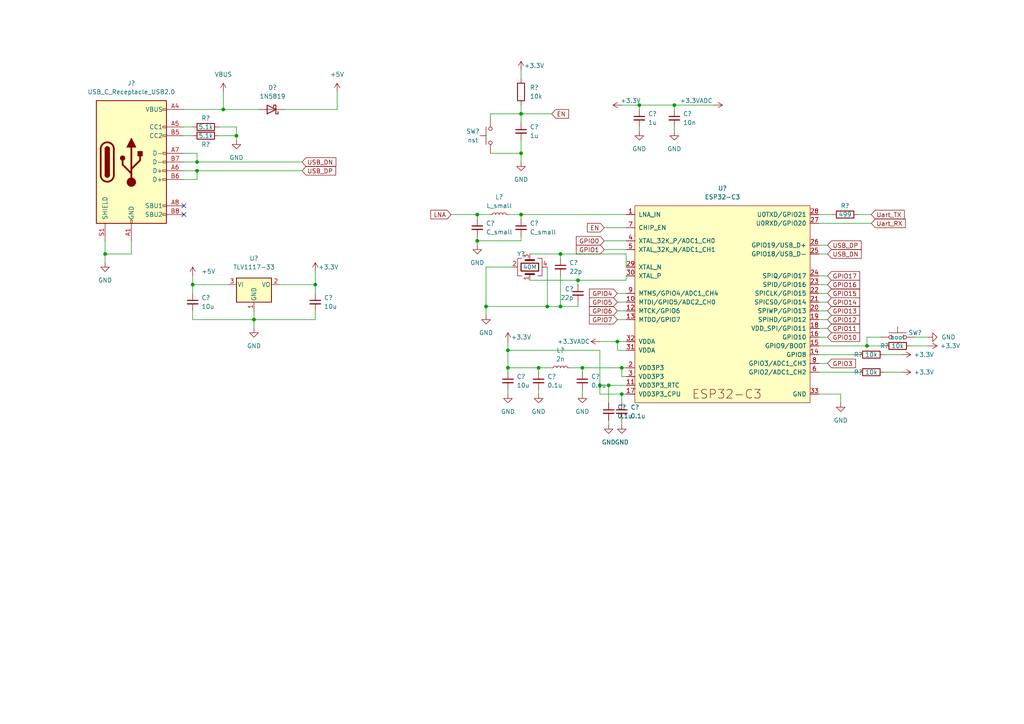
<source format=kicad_sch>
(kicad_sch (version 20211123) (generator eeschema)
  (paper "A4")
  (lib_symbols
    (symbol "Connector:USB_C_Receptacle_USB2.0" (pin_names (offset 1.016))
      (property "Reference" "J" (at -10.16 19.05 0))
      (property "Value" "USB_C_Receptacle_USB2.0" (at 19.05 19.05 0))
      (symbol "USB_C_Receptacle_USB2.0_0_0"
        (rectangle (start -0.254 -17.78) (end 0.254 -16.764))
        (rectangle (start 10.16 -14.986) (end 9.144 -15.494))
        (rectangle (start 10.16 -12.446) (end 9.144 -12.954))
        (rectangle (start 10.16 -4.826) (end 9.144 -5.334))
        (rectangle (start 10.16 -2.286) (end 9.144 -2.794))
        (rectangle (start 10.16 0.254) (end 9.144 -0.254))
        (rectangle (start 10.16 2.794) (end 9.144 2.286))
        (rectangle (start 10.16 7.874) (end 9.144 7.366))
        (rectangle (start 10.16 10.414) (end 9.144 9.906))
        (rectangle (start 10.16 15.494) (end 9.144 14.986))
      )
      (symbol "USB_C_Receptacle_USB2.0_0_1"
        (rectangle (start -10.16 17.78) (end 10.16 -17.78) (stroke (width 0.254)) (fill (type background)))
        (arc (start -8.89 -3.81) (mid -6.985 -5.715) (end -5.08 -3.81) (stroke (width 0.508)))
        (arc (start -7.62 -3.81) (mid -6.985 -4.445) (end -6.35 -3.81) (stroke (width 0.254)))
        (arc (start -7.62 -3.81) (mid -6.985 -4.445) (end -6.35 -3.81) (stroke (width 0.254)) (fill (type outline)))
        (rectangle (start -7.62 -3.81) (end -6.35 3.81) (stroke (width 0.254)) (fill (type outline)))
        (arc (start -6.35 3.81) (mid -6.985 4.445) (end -7.62 3.81) (stroke (width 0.254)))
        (arc (start -6.35 3.81) (mid -6.985 4.445) (end -7.62 3.81) (stroke (width 0.254)) (fill (type outline)))
        (arc (start -5.08 3.81) (mid -6.985 5.715) (end -8.89 3.81) (stroke (width 0.508)))
        (circle (center -2.54 1.143) (radius 0.635) (stroke (width 0.254)) (fill (type outline)))
        (circle (center 0 -5.842) (radius 1.27) (fill (type outline)))
        (polyline (pts (xy -8.89 -3.81) (xy -8.89 3.81)) (stroke (width 0.508)))
        (polyline (pts (xy -5.08 3.81) (xy -5.08 -3.81)) (stroke (width 0.508)))
        (polyline (pts (xy 0 -5.842) (xy 0 4.318)) (stroke (width 0.508)))
        (polyline (pts (xy 0 -3.302) (xy -2.54 -0.762) (xy -2.54 0.508)) (stroke (width 0.508)))
        (polyline (pts (xy 0 -2.032) (xy 2.54 0.508) (xy 2.54 1.778)) (stroke (width 0.508)))
        (polyline (pts (xy -1.27 4.318) (xy 0 6.858) (xy 1.27 4.318) (xy -1.27 4.318)) (stroke (width 0.254)) (fill (type outline)))
        (rectangle (start 1.905 1.778) (end 3.175 3.048) (stroke (width 0.254)) (fill (type outline)))
      )
      (symbol "USB_C_Receptacle_USB2.0_1_1"
        (pin passive line (at 0 -22.86 90) (length 5.08) (name "GND") (number "A1"))
        (pin passive line (at 0 -22.86 90) (length 5.08) hide (name "GND") (number "A12"))
        (pin passive line (at 15.24 15.24 180) (length 5.08) (name "VBUS") (number "A4"))
        (pin bidirectional line (at 15.24 10.16 180) (length 5.08) (name "CC1") (number "A5"))
        (pin bidirectional line (at 15.24 -2.54 180) (length 5.08) (name "D+") (number "A6"))
        (pin bidirectional line (at 15.24 2.54 180) (length 5.08) (name "D-") (number "A7"))
        (pin bidirectional line (at 15.24 -12.7 180) (length 5.08) (name "SBU1") (number "A8"))
        (pin passive line (at 15.24 15.24 180) (length 5.08) hide (name "VBUS") (number "A9"))
        (pin passive line (at 0 -22.86 90) (length 5.08) hide (name "GND") (number "B1"))
        (pin passive line (at 0 -22.86 90) (length 5.08) hide (name "GND") (number "B12"))
        (pin passive line (at 15.24 15.24 180) (length 5.08) hide (name "VBUS") (number "B4"))
        (pin bidirectional line (at 15.24 7.62 180) (length 5.08) (name "CC2") (number "B5"))
        (pin bidirectional line (at 15.24 -5.08 180) (length 5.08) (name "D+") (number "B6"))
        (pin bidirectional line (at 15.24 0 180) (length 5.08) (name "D-") (number "B7"))
        (pin bidirectional line (at 15.24 -15.24 180) (length 5.08) (name "SBU2") (number "B8"))
        (pin passive line (at 15.24 15.24 180) (length 5.08) hide (name "VBUS") (number "B9"))
        (pin passive line (at -7.62 -22.86 90) (length 5.08) (name "SHIELD") (number "S1"))
      )
    )
    (symbol "Device:C_Small" (pin_numbers hide) (pin_names (offset 0.254) hide)
      (property "Reference" "C" (at 0.254 1.778 0))
      (property "Value" "C_Small" (at 0.254 -2.032 0))
      (symbol "C_Small_0_1"
        (polyline (pts (xy -1.524 -0.508) (xy 1.524 -0.508)) (stroke (width 0.3302)))
        (polyline (pts (xy -1.524 0.508) (xy 1.524 0.508)) (stroke (width 0.3048)))
      )
      (symbol "C_Small_1_1"
        (pin passive line (at 0 2.54 270) (length 2.032) (name "~") (number "1"))
        (pin passive line (at 0 -2.54 90) (length 2.032) (name "~") (number "2"))
      )
    )
    (symbol "Device:Crystal_GND24" (pin_names (offset 1.016) hide)
      (property "Reference" "Y" (at 3.175 5.08 0))
      (property "Value" "Crystal_GND24" (at 3.175 3.175 0))
      (symbol "Crystal_GND24_0_1"
        (rectangle (start -1.143 2.54) (end 1.143 -2.54) (stroke (width 0.3048)))
        (polyline (pts (xy -2.54 0) (xy -2.032 0)))
        (polyline (pts (xy -2.032 -1.27) (xy -2.032 1.27)) (stroke (width 0.508)))
        (polyline (pts (xy 0 -3.81) (xy 0 -3.556)))
        (polyline (pts (xy 0 3.556) (xy 0 3.81)))
        (polyline (pts (xy 2.032 -1.27) (xy 2.032 1.27)) (stroke (width 0.508)))
        (polyline (pts (xy 2.032 0) (xy 2.54 0)))
        (polyline (pts (xy -2.54 -2.286) (xy -2.54 -3.556) (xy 2.54 -3.556) (xy 2.54 -2.286)))
        (polyline (pts (xy -2.54 2.286) (xy -2.54 3.556) (xy 2.54 3.556) (xy 2.54 2.286)))
      )
      (symbol "Crystal_GND24_1_1"
        (pin passive line (at -3.81 0 0) (length 1.27) (name "1") (number "1"))
        (pin passive line (at 0 5.08 270) (length 1.27) (name "2") (number "2"))
        (pin passive line (at 3.81 0 180) (length 1.27) (name "3") (number "3"))
        (pin passive line (at 0 -5.08 90) (length 1.27) (name "4") (number "4"))
      )
    )
    (symbol "Device:L_Small" (pin_numbers hide) (pin_names (offset 0.254) hide)
      (property "Reference" "L" (at 0.762 1.016 0))
      (property "Value" "L_Small" (at 0.762 -1.016 0))
      (symbol "L_Small_0_1"
        (arc (start 0 -2.032) (mid 0.508 -1.524) (end 0 -1.016))
        (arc (start 0 -1.016) (mid 0.508 -0.508) (end 0 0))
        (arc (start 0 0) (mid 0.508 0.508) (end 0 1.016))
        (arc (start 0 1.016) (mid 0.508 1.524) (end 0 2.032))
      )
      (symbol "L_Small_1_1"
        (pin passive line (at 0 2.54 270) (length 0.508) (name "~") (number "1"))
        (pin passive line (at 0 -2.54 90) (length 0.508) (name "~") (number "2"))
      )
    )
    (symbol "Device:R" (pin_numbers hide) (pin_names (offset 0))
      (property "Reference" "R" (at 2.032 0 90))
      (property "Value" "R" (at 0 0 90))
      (symbol "R_0_1"
        (rectangle (start -1.016 -2.54) (end 1.016 2.54) (stroke (width 0.254)))
      )
      (symbol "R_1_1"
        (pin passive line (at 0 3.81 270) (length 1.27) (name "~") (number "1"))
        (pin passive line (at 0 -3.81 90) (length 1.27) (name "~") (number "2"))
      )
    )
    (symbol "Diode:1N5819" (pin_numbers hide) (pin_names (offset 1.016) hide)
      (property "Reference" "D" (at 0 2.54 0))
      (property "Value" "1N5819" (at 0 -2.54 0))
      (symbol "1N5819_0_1"
        (polyline (pts (xy 1.27 0) (xy -1.27 0)))
        (polyline (pts (xy 1.27 1.27) (xy 1.27 -1.27) (xy -1.27 0) (xy 1.27 1.27)) (stroke (width 0.254)))
        (polyline (pts (xy -1.905 0.635) (xy -1.905 1.27) (xy -1.27 1.27) (xy -1.27 -1.27) (xy -0.635 -1.27) (xy -0.635 -0.635)) (stroke (width 0.254)))
      )
      (symbol "1N5819_1_1"
        (pin passive line (at -3.81 0 0) (length 2.54) (name "K") (number "1"))
        (pin passive line (at 3.81 0 180) (length 2.54) (name "A") (number "2"))
      )
    )
    (symbol "Espressif:ESP32-C3" (pin_names (offset 1.016))
      (property "Reference" "U" (at 0 31.75 0))
      (property "Value" "ESP32-C3" (at 0 -27.94 0))
      (symbol "ESP32-C3_0_0"
        (text "ESP32-C3" (at 1.27 -24.13 0) (effects (font (size 2.54 2.54))))
        (pin bidirectional line (at -27.94 27.94 0) (length 2.54) (name "LNA_IN") (number "1"))
        (pin bidirectional line (at -27.94 2.54 0) (length 2.54) (name "MTDI/GPIO5/ADC2_CH0") (number "10"))
        (pin power_in line (at -27.94 -21.59 0) (length 2.54) (name "VDD3P3_RTC") (number "11"))
        (pin bidirectional line (at -27.94 0 0) (length 2.54) (name "MTCK/GPIO6") (number "12"))
        (pin bidirectional line (at -27.94 -2.54 0) (length 2.54) (name "MTDO/GPIO7") (number "13"))
        (pin bidirectional line (at 27.94 -12.7 180) (length 2.54) (name "GPIO8") (number "14"))
        (pin bidirectional line (at 27.94 -10.16 180) (length 2.54) (name "GPIO9/BOOT") (number "15"))
        (pin bidirectional line (at 27.94 -7.62 180) (length 2.54) (name "GPIO10") (number "16"))
        (pin power_in line (at -27.94 -24.13 0) (length 2.54) (name "VDD3P3_CPU") (number "17"))
        (pin bidirectional line (at 27.94 -5.08 180) (length 2.54) (name "VDD_SPI/GPIO11") (number "18"))
        (pin bidirectional line (at 27.94 -2.54 180) (length 2.54) (name "SPIHD/GPIO12") (number "19"))
        (pin power_in line (at -27.94 -16.51 0) (length 2.54) (name "VDD3P3") (number "2"))
        (pin bidirectional line (at 27.94 0 180) (length 2.54) (name "SPIWP/GPIO13") (number "20"))
        (pin bidirectional line (at 27.94 2.54 180) (length 2.54) (name "SPICS0/GPIO14") (number "21"))
        (pin bidirectional line (at 27.94 5.08 180) (length 2.54) (name "SPICLK/GPIO15") (number "22"))
        (pin bidirectional line (at 27.94 7.62 180) (length 2.54) (name "SPID/GPIO16") (number "23"))
        (pin bidirectional line (at 27.94 10.16 180) (length 2.54) (name "SPIQ/GPIO17") (number "24"))
        (pin bidirectional line (at 27.94 16.51 180) (length 2.54) (name "GPIO18/USB_D-") (number "25"))
        (pin bidirectional line (at 27.94 19.05 180) (length 2.54) (name "GPIO19/USB_D+") (number "26"))
        (pin bidirectional line (at 27.94 25.4 180) (length 2.54) (name "U0RXD/GPIO20") (number "27"))
        (pin bidirectional line (at 27.94 27.94 180) (length 2.54) (name "U0TXD/GPIO21") (number "28"))
        (pin output line (at -27.94 12.7 0) (length 2.54) (name "XTAL_N") (number "29"))
        (pin power_in line (at -27.94 -19.05 0) (length 2.54) (name "VDD3P3") (number "3"))
        (pin input line (at -27.94 10.16 0) (length 2.54) (name "XTAL_P") (number "30"))
        (pin power_in line (at -27.94 -11.43 0) (length 2.54) (name "VDDA") (number "31"))
        (pin power_in line (at -27.94 -8.89 0) (length 2.54) (name "VDDA") (number "32"))
        (pin power_in line (at 27.94 -24.13 180) (length 2.54) (name "GND") (number "33"))
        (pin output line (at -27.94 20.32 0) (length 2.54) (name "XTAL_32K_P/ADC1_CH0") (number "4"))
        (pin input line (at -27.94 17.78 0) (length 2.54) (name "XTAL_32K_N/ADC1_CH1") (number "5"))
        (pin bidirectional line (at 27.94 -17.78 180) (length 2.54) (name "GPIO2/ADC1_CH2") (number "6"))
        (pin input line (at -27.94 24.13 0) (length 2.54) (name "CHIP_EN") (number "7"))
        (pin bidirectional line (at 27.94 -15.24 180) (length 2.54) (name "GPIO3/ADC1_CH3") (number "8"))
        (pin bidirectional line (at -27.94 5.08 0) (length 2.54) (name "MTMS/GPIO4/ADC1_CH4") (number "9"))
      )
      (symbol "ESP32-C3_0_1"
        (rectangle (start -25.4 30.48) (end 25.4 -26.67) (fill (type background)))
      )
    )
    (symbol "Regulator_Linear:TLV1117-33" (pin_names (offset 0.254))
      (property "Reference" "U" (at -3.81 3.175 0))
      (property "Value" "TLV1117-33" (at 0 3.175 0))
      (symbol "TLV1117-33_0_1"
        (rectangle (start -5.08 -5.08) (end 5.08 1.905) (stroke (width 0.254)) (fill (type background)))
      )
      (symbol "TLV1117-33_1_1"
        (pin power_in line (at 0 -7.62 90) (length 2.54) (name "GND") (number "1"))
        (pin power_out line (at 7.62 0 180) (length 2.54) (name "VO") (number "2"))
        (pin power_in line (at -7.62 0 0) (length 2.54) (name "VI") (number "3"))
      )
    )
    (symbol "Switch:SW_Push" (pin_numbers hide) (pin_names (offset 1.016) hide)
      (property "Reference" "SW" (at 1.27 2.54 0))
      (property "Value" "SW_Push" (at 0 -1.524 0))
      (symbol "SW_Push_0_1"
        (circle (center -2.032 0) (radius 0.508))
        (polyline (pts (xy 0 1.27) (xy 0 3.048)))
        (polyline (pts (xy 2.54 1.27) (xy -2.54 1.27)))
        (circle (center 2.032 0) (radius 0.508))
        (pin passive line (at -5.08 0 0) (length 2.54) (name "1") (number "1"))
        (pin passive line (at 5.08 0 180) (length 2.54) (name "2") (number "2"))
      )
    )
    (symbol "power:+3.3V" (power) (pin_names (offset 0))
      (property "Value" "+3.3V" (at 0 3.556 0))
      (symbol "+3.3V_0_1"
        (polyline (pts (xy -0.762 1.27) (xy 0 2.54)))
        (polyline (pts (xy 0 0) (xy 0 2.54)))
        (polyline (pts (xy 0 2.54) (xy 0.762 1.27)))
      )
      (symbol "+3.3V_1_1"
        (pin power_in line (at 0 0 90) (length 0) hide (name "+3.3V") (number "1"))
      )
    )
    (symbol "power:+3.3VADC" (power) (pin_names (offset 0))
      (property "Value" "+3.3VADC" (at 0 2.54 0))
      (symbol "+3.3VADC_0_0"
        (pin power_in line (at 0 0 90) (length 0) hide (name "+3.3VADC") (number "1"))
      )
      (symbol "+3.3VADC_0_1"
        (polyline (pts (xy -0.762 1.27) (xy 0 2.54)))
        (polyline (pts (xy 0 0) (xy 0 2.54)))
        (polyline (pts (xy 0 2.54) (xy 0.762 1.27)))
      )
    )
    (symbol "power:+5V" (power) (pin_names (offset 0))
      (property "Value" "+5V" (at 0 3.556 0))
      (symbol "+5V_0_1"
        (polyline (pts (xy -0.762 1.27) (xy 0 2.54)))
        (polyline (pts (xy 0 0) (xy 0 2.54)))
        (polyline (pts (xy 0 2.54) (xy 0.762 1.27)))
      )
      (symbol "+5V_1_1"
        (pin power_in line (at 0 0 90) (length 0) hide (name "+5V") (number "1"))
      )
    )
    (symbol "power:GND" (power) (pin_names (offset 0))
      (property "Value" "GND" (at 0 -3.81 0))
      (symbol "GND_0_1"
        (polyline (pts (xy 0 0) (xy 0 -1.27) (xy 1.27 -1.27) (xy 0 -2.54) (xy -1.27 -1.27) (xy 0 -1.27)))
      )
      (symbol "GND_1_1"
        (pin power_in line (at 0 0 270) (length 0) hide (name "GND") (number "1"))
      )
    )
    (symbol "power:VBUS" (power) (pin_names (offset 0))
      (property "Value" "VBUS" (at 0 3.81 0))
      (symbol "VBUS_0_1"
        (polyline (pts (xy -0.762 1.27) (xy 0 2.54)))
        (polyline (pts (xy 0 0) (xy 0 2.54)))
        (polyline (pts (xy 0 2.54) (xy 0.762 1.27)))
      )
      (symbol "VBUS_1_1"
        (pin power_in line (at 0 0 90) (length 0) hide (name "VBUS") (number "1"))
      )
    )
  )
  (junction (at 140.97 88.9))
  (junction (at 251.46 100.33))
  (junction (at 147.32 106.68))
  (junction (at 162.56 88.9))
  (junction (at 147.32 101.6))
  (junction (at 156.21 106.68))
  (junction (at 30.48 73.66))
  (junction (at 55.88 82.55))
  (junction (at 138.43 69.85))
  (junction (at 151.13 62.23))
  (junction (at 162.56 73.66))
  (junction (at 168.91 106.68))
  (junction (at 151.13 33.02))
  (junction (at 180.34 106.68))
  (junction (at 138.43 62.23))
  (junction (at 57.15 46.99))
  (junction (at 179.07 99.06))
  (junction (at 180.34 114.3))
  (junction (at 173.99 111.76))
  (junction (at 91.44 82.55))
  (junction (at 158.75 88.9))
  (junction (at 185.42 30.48))
  (junction (at 73.66 92.71))
  (junction (at 195.58 30.48))
  (junction (at 151.13 44.45))
  (junction (at 68.58 39.37))
  (junction (at 64.77 31.75))
  (junction (at 176.53 111.76))
  (junction (at 57.15 49.53))
  (junction (at 167.64 81.28))
  (no_connect (at 53.34 59.69))
  (no_connect (at 53.34 62.23))
  (wire (pts (xy 168.91 106.68) (xy 168.91 107.95)))
  (wire (pts (xy 195.58 30.48) (xy 207.01 30.48)))
  (wire (pts (xy 138.43 69.85) (xy 151.13 69.85)))
  (wire (pts (xy 153.67 81.28) (xy 167.64 81.28)))
  (wire (pts (xy 53.34 36.83) (xy 55.88 36.83)))
  (wire (pts (xy 63.5 36.83) (xy 68.58 36.83)))
  (wire (pts (xy 195.58 30.48) (xy 195.58 31.75)))
  (wire (pts (xy 55.88 80.01) (xy 55.88 82.55)))
  (wire (pts (xy 138.43 62.23) (xy 142.24 62.23)))
  (wire (pts (xy 153.67 73.66) (xy 162.56 73.66)))
  (wire (pts (xy 64.77 26.67) (xy 64.77 31.75)))
  (wire (pts (xy 147.32 106.68) (xy 147.32 107.95)))
  (wire (pts (xy 53.34 52.07) (xy 57.15 52.07)))
  (wire (pts (xy 91.44 92.71) (xy 73.66 92.71)))
  (wire (pts (xy 91.44 78.74) (xy 91.44 82.55)))
  (wire (pts (xy 82.55 31.75) (xy 97.79 31.75)))
  (wire (pts (xy 151.13 30.48) (xy 151.13 33.02)))
  (wire (pts (xy 180.34 121.92) (xy 180.34 123.19)))
  (wire (pts (xy 179.07 101.6) (xy 179.07 99.06)))
  (wire (pts (xy 147.32 101.6) (xy 173.99 101.6)))
  (wire (pts (xy 55.88 92.71) (xy 73.66 92.71)))
  (wire (pts (xy 140.97 77.47) (xy 140.97 88.9)))
  (wire (pts (xy 179.07 87.63) (xy 181.61 87.63)))
  (wire (pts (xy 181.61 81.28) (xy 181.61 80.01)))
  (wire (pts (xy 173.99 101.6) (xy 173.99 111.76)))
  (wire (pts (xy 30.48 73.66) (xy 30.48 76.2)))
  (wire (pts (xy 151.13 40.64) (xy 151.13 44.45)))
  (wire (pts (xy 240.03 82.55) (xy 237.49 82.55)))
  (wire (pts (xy 138.43 62.23) (xy 138.43 63.5)))
  (wire (pts (xy 173.99 111.76) (xy 176.53 111.76)))
  (wire (pts (xy 91.44 82.55) (xy 91.44 85.09)))
  (wire (pts (xy 256.54 107.95) (xy 261.62 107.95)))
  (wire (pts (xy 179.07 99.06) (xy 173.99 99.06)))
  (wire (pts (xy 195.58 36.83) (xy 195.58 38.1)))
  (wire (pts (xy 38.1 73.66) (xy 30.48 73.66)))
  (wire (pts (xy 265.43 97.79) (xy 269.24 97.79)))
  (wire (pts (xy 181.61 109.22) (xy 180.34 109.22)))
  (wire (pts (xy 38.1 69.85) (xy 38.1 73.66)))
  (wire (pts (xy 158.75 88.9) (xy 140.97 88.9)))
  (wire (pts (xy 147.32 99.06) (xy 147.32 101.6)))
  (wire (pts (xy 180.34 109.22) (xy 180.34 106.68)))
  (wire (pts (xy 142.24 34.29) (xy 142.24 33.02)))
  (wire (pts (xy 255.27 97.79) (xy 251.46 97.79)))
  (wire (pts (xy 167.64 81.28) (xy 167.64 82.55)))
  (wire (pts (xy 240.03 85.09) (xy 237.49 85.09)))
  (wire (pts (xy 179.07 85.09) (xy 181.61 85.09)))
  (wire (pts (xy 185.42 30.48) (xy 185.42 31.75)))
  (wire (pts (xy 53.34 49.53) (xy 57.15 49.53)))
  (wire (pts (xy 151.13 46.99) (xy 151.13 44.45)))
  (wire (pts (xy 264.16 100.33) (xy 269.24 100.33)))
  (wire (pts (xy 151.13 33.02) (xy 160.02 33.02)))
  (wire (pts (xy 151.13 68.58) (xy 151.13 69.85)))
  (wire (pts (xy 151.13 20.32) (xy 151.13 22.86)))
  (wire (pts (xy 243.84 114.3) (xy 243.84 116.84)))
  (wire (pts (xy 57.15 52.07) (xy 57.15 49.53)))
  (wire (pts (xy 240.03 90.17) (xy 237.49 90.17)))
  (wire (pts (xy 181.61 114.3) (xy 180.34 114.3)))
  (wire (pts (xy 57.15 49.53) (xy 87.63 49.53)))
  (wire (pts (xy 168.91 106.68) (xy 180.34 106.68)))
  (wire (pts (xy 181.61 101.6) (xy 179.07 101.6)))
  (wire (pts (xy 147.32 101.6) (xy 147.32 106.68)))
  (wire (pts (xy 240.03 97.79) (xy 237.49 97.79)))
  (wire (pts (xy 140.97 88.9) (xy 140.97 91.44)))
  (wire (pts (xy 237.49 105.41) (xy 240.03 105.41)))
  (wire (pts (xy 175.26 69.85) (xy 181.61 69.85)))
  (wire (pts (xy 173.99 114.3) (xy 173.99 111.76)))
  (wire (pts (xy 138.43 69.85) (xy 138.43 71.12)))
  (wire (pts (xy 168.91 113.03) (xy 168.91 114.3)))
  (wire (pts (xy 237.49 100.33) (xy 251.46 100.33)))
  (wire (pts (xy 251.46 97.79) (xy 251.46 100.33)))
  (wire (pts (xy 237.49 64.77) (xy 252.73 64.77)))
  (wire (pts (xy 180.34 30.48) (xy 185.42 30.48)))
  (wire (pts (xy 53.34 31.75) (xy 64.77 31.75)))
  (wire (pts (xy 148.59 77.47) (xy 140.97 77.47)))
  (wire (pts (xy 175.26 72.39) (xy 181.61 72.39)))
  (wire (pts (xy 151.13 62.23) (xy 181.61 62.23)))
  (wire (pts (xy 237.49 114.3) (xy 243.84 114.3)))
  (wire (pts (xy 162.56 88.9) (xy 158.75 88.9)))
  (wire (pts (xy 237.49 107.95) (xy 248.92 107.95)))
  (wire (pts (xy 179.07 90.17) (xy 181.61 90.17)))
  (wire (pts (xy 176.53 121.92) (xy 176.53 123.19)))
  (wire (pts (xy 53.34 46.99) (xy 57.15 46.99)))
  (wire (pts (xy 57.15 44.45) (xy 57.15 46.99)))
  (wire (pts (xy 55.88 90.17) (xy 55.88 92.71)))
  (wire (pts (xy 53.34 44.45) (xy 57.15 44.45)))
  (wire (pts (xy 176.53 111.76) (xy 181.61 111.76)))
  (wire (pts (xy 162.56 80.01) (xy 162.56 88.9)))
  (wire (pts (xy 156.21 113.03) (xy 156.21 114.3)))
  (wire (pts (xy 151.13 62.23) (xy 151.13 63.5)))
  (wire (pts (xy 63.5 39.37) (xy 68.58 39.37)))
  (wire (pts (xy 180.34 114.3) (xy 180.34 116.84)))
  (wire (pts (xy 81.28 82.55) (xy 91.44 82.55)))
  (wire (pts (xy 179.07 92.71) (xy 181.61 92.71)))
  (wire (pts (xy 156.21 106.68) (xy 160.02 106.68)))
  (wire (pts (xy 30.48 69.85) (xy 30.48 73.66)))
  (wire (pts (xy 147.32 113.03) (xy 147.32 114.3)))
  (wire (pts (xy 147.32 106.68) (xy 156.21 106.68)))
  (wire (pts (xy 175.26 66.04) (xy 181.61 66.04)))
  (wire (pts (xy 165.1 106.68) (xy 168.91 106.68)))
  (wire (pts (xy 176.53 111.76) (xy 176.53 116.84)))
  (wire (pts (xy 91.44 90.17) (xy 91.44 92.71)))
  (wire (pts (xy 240.03 87.63) (xy 237.49 87.63)))
  (wire (pts (xy 97.79 26.67) (xy 97.79 31.75)))
  (wire (pts (xy 142.24 44.45) (xy 151.13 44.45)))
  (wire (pts (xy 167.64 87.63) (xy 167.64 88.9)))
  (wire (pts (xy 237.49 73.66) (xy 240.03 73.66)))
  (wire (pts (xy 55.88 82.55) (xy 55.88 85.09)))
  (wire (pts (xy 162.56 73.66) (xy 181.61 73.66)))
  (wire (pts (xy 180.34 114.3) (xy 173.99 114.3)))
  (wire (pts (xy 237.49 62.23) (xy 241.3 62.23)))
  (wire (pts (xy 167.64 81.28) (xy 181.61 81.28)))
  (wire (pts (xy 180.34 106.68) (xy 181.61 106.68)))
  (wire (pts (xy 151.13 33.02) (xy 151.13 35.56)))
  (wire (pts (xy 130.81 62.23) (xy 138.43 62.23)))
  (wire (pts (xy 156.21 106.68) (xy 156.21 107.95)))
  (wire (pts (xy 237.49 102.87) (xy 248.92 102.87)))
  (wire (pts (xy 162.56 73.66) (xy 162.56 74.93)))
  (wire (pts (xy 158.75 77.47) (xy 158.75 88.9)))
  (wire (pts (xy 142.24 33.02) (xy 151.13 33.02)))
  (wire (pts (xy 185.42 30.48) (xy 195.58 30.48)))
  (wire (pts (xy 57.15 46.99) (xy 87.63 46.99)))
  (wire (pts (xy 68.58 36.83) (xy 68.58 39.37)))
  (wire (pts (xy 53.34 39.37) (xy 55.88 39.37)))
  (wire (pts (xy 240.03 95.25) (xy 237.49 95.25)))
  (wire (pts (xy 185.42 36.83) (xy 185.42 38.1)))
  (wire (pts (xy 251.46 100.33) (xy 256.54 100.33)))
  (wire (pts (xy 240.03 92.71) (xy 237.49 92.71)))
  (wire (pts (xy 240.03 80.01) (xy 237.49 80.01)))
  (wire (pts (xy 55.88 82.55) (xy 66.04 82.55)))
  (wire (pts (xy 237.49 71.12) (xy 240.03 71.12)))
  (wire (pts (xy 138.43 68.58) (xy 138.43 69.85)))
  (wire (pts (xy 181.61 73.66) (xy 181.61 77.47)))
  (wire (pts (xy 181.61 99.06) (xy 179.07 99.06)))
  (wire (pts (xy 73.66 92.71) (xy 73.66 95.25)))
  (wire (pts (xy 64.77 31.75) (xy 74.93 31.75)))
  (wire (pts (xy 256.54 102.87) (xy 261.62 102.87)))
  (wire (pts (xy 248.92 62.23) (xy 252.73 62.23)))
  (wire (pts (xy 147.32 62.23) (xy 151.13 62.23)))
  (wire (pts (xy 73.66 90.17) (xy 73.66 92.71)))
  (wire (pts (xy 167.64 88.9) (xy 162.56 88.9)))
  (wire (pts (xy 68.58 39.37) (xy 68.58 40.64)))
  (global_label "EN" (shape input) (at 160.02 33.02 0) (property "插入图纸页参考" "${INTERSHEET_REFS}" (effects hide)))
  (global_label "GPIO3" (shape input) (at 240.03 105.41 0) (property "插入图纸页参考" "${INTERSHEET_REFS}" (effects hide)))
  (global_label "Uart_TX" (shape input) (at 252.73 62.23 0) (property "插入图纸页参考" "${INTERSHEET_REFS}" (effects hide)))
  (global_label "GPIO5" (shape input) (at 179.07 87.63 180) (property "插入图纸页参考" "${INTERSHEET_REFS}" (effects hide)))
  (global_label "Uart_RX" (shape input) (at 252.73 64.77 0) (property "插入图纸页参考" "${INTERSHEET_REFS}" (effects hide)))
  (global_label "GPIO10" (shape input) (at 240.03 97.79 0) (property "插入图纸页参考" "${INTERSHEET_REFS}" (effects hide)))
  (global_label "USB_DN" (shape input) (at 240.03 73.66 0) (property "插入图纸页参考" "${INTERSHEET_REFS}" (effects hide)))
  (global_label "USB_DP" (shape input) (at 240.03 71.12 0) (property "插入图纸页参考" "${INTERSHEET_REFS}" (effects hide)))
  (global_label "GPIO4" (shape input) (at 179.07 85.09 180) (property "插入图纸页参考" "${INTERSHEET_REFS}" (effects hide)))
  (global_label "GPIO17" (shape input) (at 240.03 80.01 0) (property "插入图纸页参考" "${INTERSHEET_REFS}" (effects hide)))
  (global_label "USB_DN" (shape input) (at 87.63 46.99 0) (property "插入图纸页参考" "${INTERSHEET_REFS}" (effects hide)))
  (global_label "GPIO14" (shape input) (at 240.03 87.63 0) (property "插入图纸页参考" "${INTERSHEET_REFS}" (effects hide)))
  (global_label "GPIO16" (shape input) (at 240.03 82.55 0) (property "插入图纸页参考" "${INTERSHEET_REFS}" (effects hide)))
  (global_label "USB_DP" (shape input) (at 87.63 49.53 0) (property "插入图纸页参考" "${INTERSHEET_REFS}" (effects hide)))
  (global_label "GPIO12" (shape input) (at 240.03 92.71 0) (property "插入图纸页参考" "${INTERSHEET_REFS}" (effects hide)))
  (global_label "LNA" (shape input) (at 130.81 62.23 180) (property "插入图纸页参考" "${INTERSHEET_REFS}" (effects hide)))
  (global_label "GPIO11" (shape input) (at 240.03 95.25 0) (property "插入图纸页参考" "${INTERSHEET_REFS}" (effects hide)))
  (global_label "GPIO6" (shape input) (at 179.07 90.17 180) (property "插入图纸页参考" "${INTERSHEET_REFS}" (effects hide)))
  (global_label "EN" (shape input) (at 175.26 66.04 180) (property "插入图纸页参考" "${INTERSHEET_REFS}" (effects hide)))
  (global_label "GPIO15" (shape input) (at 240.03 85.09 0) (property "插入图纸页参考" "${INTERSHEET_REFS}" (effects hide)))
  (global_label "GPIO13" (shape input) (at 240.03 90.17 0) (property "插入图纸页参考" "${INTERSHEET_REFS}" (effects hide)))
  (global_label "GPIO7" (shape input) (at 179.07 92.71 180) (property "插入图纸页参考" "${INTERSHEET_REFS}" (effects hide)))
  (global_label "GPIO1" (shape input) (at 175.26 72.39 180) (property "插入图纸页参考" "${INTERSHEET_REFS}" (effects hide)))
  (global_label "GPIO0" (shape input) (at 175.26 69.85 180) (property "插入图纸页参考" "${INTERSHEET_REFS}" (effects hide)))
  (symbol (lib_id "Device:R") (at 59.69 36.83 90) (unit 1)
    (property "Reference" "R?" (at 59.69 34.29 90))
    (property "Value" "5.1k" (at 59.69 36.83 90))
  )
  (symbol (lib_id "Device:C_Small") (at 185.42 34.29 0) (unit 1)
    (property "Reference" "C?" (at 187.96 33.0262 0) (effects (justify left)))
    (property "Value" "1u" (at 187.96 35.5662 0) (effects (justify left)))
  )
  (symbol (lib_id "power:GND") (at 195.58 38.1 0) (unit 1)
    (property "Reference" "#PWR?" (effects hide))
    (property "Value" "GND" (at 195.58 43.18 0))
  )
  (symbol (lib_id "Device:C_Small") (at 138.43 66.04 0) (unit 1)
    (property "Reference" "C?" (at 140.97 64.7762 0) (effects (justify left)))
    (property "Value" "C_small" (at 140.97 67.3162 0) (effects (justify left)))
  )
  (symbol (lib_id "power:GND") (at 140.97 91.44 0) (unit 1)
    (property "Reference" "#PWR?" (effects hide))
    (property "Value" "GND" (at 140.97 96.52 0))
  )
  (symbol (lib_id "power:+5V") (at 55.88 80.01 0) (unit 1)
    (property "Reference" "#PWR?" (effects hide))
    (property "Value" "+5V" (at 58.42 78.7399 0) (effects (justify left)))
  )
  (symbol (lib_id "Device:L_Small") (at 144.78 62.23 90) (unit 1)
    (property "Reference" "L?" (at 144.78 57.15 90))
    (property "Value" "L_small" (at 144.78 59.69 90))
  )
  (symbol (lib_id "Device:Crystal_GND24") (at 153.67 77.47 90) (unit 1)
    (property "Reference" "Y?" (at 151.13 73.66 90))
    (property "Value" "40M" (at 153.67 77.47 90))
  )
  (symbol (lib_id "Device:R") (at 260.35 100.33 270) (unit 1)
    (property "Reference" "R?" (at 256.54 100.33 90))
    (property "Value" "10k" (at 260.35 100.33 90))
  )
  (symbol (lib_id "Device:C_Small") (at 156.21 110.49 0) (unit 1)
    (property "Reference" "C?" (at 158.75 109.2262 0) (effects (justify left)))
    (property "Value" "0.1u" (at 158.75 111.7662 0) (effects (justify left)))
  )
  (symbol (lib_id "Device:C_Small") (at 151.13 38.1 0) (unit 1)
    (property "Reference" "C?" (at 153.67 36.8362 0) (effects (justify left)))
    (property "Value" "1u" (at 153.67 39.3762 0) (effects (justify left)))
  )
  (symbol (lib_id "power:VBUS") (at 64.77 26.67 0) (unit 1)
    (property "Reference" "#PWR?" (effects hide))
    (property "Value" "VBUS" (at 64.77 21.59 0))
  )
  (symbol (lib_id "power:+3.3VADC") (at 207.01 30.48 270) (unit 1)
    (property "Reference" "#PWR?" (effects hide))
    (property "Value" "+3.3VADC" (at 201.93 29.21 90))
  )
  (symbol (lib_id "Device:C_Small") (at 151.13 66.04 0) (unit 1)
    (property "Reference" "C?" (at 153.67 64.7762 0) (effects (justify left)))
    (property "Value" "C_small" (at 153.67 67.3162 0) (effects (justify left)))
  )
  (symbol (lib_id "Regulator_Linear:TLV1117-33") (at 73.66 82.55 0) (unit 1)
    (property "Reference" "U?" (at 73.66 74.93 0))
    (property "Value" "TLV1117-33" (at 73.66 77.47 0))
    (property "Datasheet" "http://www.ti.com/lit/ds/symlink/tlv1117.pdf" (effects hide))
  )
  (symbol (lib_id "Device:R") (at 252.73 102.87 90) (unit 1)
    (property "Reference" "R?" (at 248.92 102.87 90))
    (property "Value" "10k" (at 252.73 102.87 90))
  )
  (symbol (lib_id "Device:C_Small") (at 195.58 34.29 0) (unit 1)
    (property "Reference" "C?" (at 198.12 33.0262 0) (effects (justify left)))
    (property "Value" "10n" (at 198.12 35.5662 0) (effects (justify left)))
  )
  (symbol (lib_id "power:GND") (at 151.13 46.99 0) (unit 1)
    (property "Reference" "#PWR?" (effects hide))
    (property "Value" "GND" (at 151.13 52.07 0))
  )
  (symbol (lib_id "Device:R") (at 245.11 62.23 90) (unit 1)
    (property "Reference" "R?" (at 245.11 59.69 90))
    (property "Value" "499" (at 245.11 62.23 90))
  )
  (symbol (lib_id "Device:C_Small") (at 162.56 77.47 0) (unit 1)
    (property "Reference" "C?" (at 165.1 76.2062 0) (effects (justify left)))
    (property "Value" "22p" (at 165.1 78.7462 0) (effects (justify left)))
  )
  (symbol (lib_id "Device:C_Small") (at 176.53 119.38 0) (unit 1)
    (property "Reference" "C?" (at 179.07 118.1162 0) (effects (justify left)))
    (property "Value" "0.1u" (at 179.07 120.6562 0) (effects (justify left)))
  )
  (symbol (lib_id "power:GND") (at 176.53 123.19 0) (unit 1)
    (property "Reference" "#PWR?" (effects hide))
    (property "Value" "GND" (at 176.53 128.27 0))
  )
  (symbol (lib_id "Device:C_Small") (at 168.91 110.49 0) (unit 1)
    (property "Reference" "C?" (at 171.45 109.2262 0) (effects (justify left)))
    (property "Value" "0.1u" (at 171.45 111.7662 0) (effects (justify left)))
  )
  (symbol (lib_id "power:+3.3V") (at 261.62 107.95 270) (unit 1)
    (property "Reference" "#PWR?" (effects hide))
    (property "Value" "+3.3V" (at 267.97 107.95 90))
  )
  (symbol (lib_id "power:+3.3V") (at 261.62 102.87 270) (unit 1)
    (property "Reference" "#PWR?" (effects hide))
    (property "Value" "+3.3V" (at 267.97 102.87 90))
  )
  (symbol (lib_id "Switch:SW_Push") (at 260.35 97.79 0) (unit 1)
    (property "Reference" "SW?" (at 265.43 96.52 0))
    (property "Value" "boot" (at 260.35 97.79 0))
  )
  (symbol (lib_id "power:GND") (at 269.24 97.79 90) (unit 1)
    (property "Reference" "#PWR?" (effects hide))
    (property "Value" "GND" (at 273.05 97.7899 90) (effects (justify right)))
  )
  (symbol (lib_id "power:+3.3VADC") (at 173.99 99.06 90) (unit 1)
    (property "Reference" "#PWR?" (effects hide))
    (property "Value" "+3.3VADC" (at 166.37 99.06 90))
  )
  (symbol (lib_id "power:+3.3V") (at 151.13 20.32 0) (unit 1)
    (property "Reference" "#PWR?" (effects hide))
    (property "Value" "+3.3V" (at 154.94 19.05 0))
  )
  (symbol (lib_id "Device:C_Small") (at 147.32 110.49 0) (unit 1)
    (property "Reference" "C?" (at 149.86 109.2262 0) (effects (justify left)))
    (property "Value" "10u" (at 149.86 111.7662 0) (effects (justify left)))
  )
  (symbol (lib_id "power:GND") (at 156.21 114.3 0) (unit 1)
    (property "Reference" "#PWR?" (effects hide))
    (property "Value" "GND" (at 156.21 119.38 0))
  )
  (symbol (lib_id "Device:R") (at 151.13 26.67 0) (unit 1)
    (property "Reference" "R?" (at 153.67 25.3999 0) (effects (justify left)))
    (property "Value" "10k" (at 153.67 27.9399 0) (effects (justify left)))
  )
  (symbol (lib_id "Device:R") (at 252.73 107.95 90) (unit 1)
    (property "Reference" "R?" (at 248.92 107.95 90))
    (property "Value" "10k" (at 252.73 107.95 90))
  )
  (symbol (lib_id "Espressif:ESP32-C3") (at 209.55 90.17 0) (unit 1)
    (property "Reference" "U?" (at 209.55 54.61 0))
    (property "Value" "ESP32-C3" (at 209.55 57.15 0))
    (property "Footprint" "Package_DFN_QFN:QFN-32-1EP_5x5mm_P0.5mm_EP3.45x3.45mm" (effects hide))
    (property "Datasheet" "https://www.espressif.com/sites/default/files/documentation/esp32-c3_datasheet_en.pdf" (effects hide))
  )
  (symbol (lib_id "Connector:USB_C_Receptacle_USB2.0") (at 38.1 46.99 0) (unit 1)
    (property "Reference" "J?" (at 38.1 24.13 0))
    (property "Value" "USB_C_Receptacle_USB2.0" (at 38.1 26.67 0))
    (property "Datasheet" "https://www.usb.org/sites/default/files/documents/usb_type-c.zip" (effects hide))
  )
  (symbol (lib_id "power:GND") (at 138.43 71.12 0) (unit 1)
    (property "Reference" "#PWR?" (effects hide))
    (property "Value" "GND" (at 138.43 76.2 0))
  )
  (symbol (lib_id "power:GND") (at 243.84 116.84 0) (unit 1)
    (property "Reference" "#PWR?" (effects hide))
    (property "Value" "GND" (at 243.84 121.92 0))
  )
  (symbol (lib_id "power:GND") (at 168.91 114.3 0) (unit 1)
    (property "Reference" "#PWR?" (effects hide))
    (property "Value" "GND" (at 168.91 119.38 0))
  )
  (symbol (lib_id "power:+3.3V") (at 180.34 30.48 90) (unit 1)
    (property "Reference" "#PWR?" (effects hide))
    (property "Value" "+3.3V" (at 182.88 29.21 90))
  )
  (symbol (lib_id "power:GND") (at 73.66 95.25 0) (unit 1)
    (property "Reference" "#PWR?" (effects hide))
    (property "Value" "GND" (at 73.66 100.33 0))
  )
  (symbol (lib_id "power:+3.3V") (at 91.44 78.74 0) (unit 1)
    (property "Reference" "#PWR?" (effects hide))
    (property "Value" "+3.3V" (at 95.25 77.47 0))
  )
  (symbol (lib_id "power:+5V") (at 97.79 26.67 0) (unit 1)
    (property "Reference" "#PWR?" (effects hide))
    (property "Value" "+5V" (at 97.79 21.59 0))
  )
  (symbol (lib_id "Diode:1N5819") (at 78.74 31.75 180) (unit 1)
    (property "Reference" "D?" (at 79.0575 25.4 0))
    (property "Value" "1N5819" (at 79.0575 27.94 0))
    (property "Footprint" "Diode_THT:D_DO-41_SOD81_P10.16mm_Horizontal" (effects hide))
    (property "Datasheet" "http://www.vishay.com/docs/88525/1n5817.pdf" (effects hide))
  )
  (symbol (lib_id "Switch:SW_Push") (at 142.24 39.37 90) (unit 1)
    (property "Reference" "SW?" (at 137.16 38.1 90))
    (property "Value" "nst" (at 137.16 40.64 90))
  )
  (symbol (lib_id "Device:C_Small") (at 55.88 87.63 0) (unit 1)
    (property "Reference" "C?" (at 58.42 86.3662 0) (effects (justify left)))
    (property "Value" "10u" (at 58.42 88.9062 0) (effects (justify left)))
  )
  (symbol (lib_id "power:GND") (at 180.34 123.19 0) (unit 1)
    (property "Reference" "#PWR?" (effects hide))
    (property "Value" "GND" (at 180.34 128.27 0))
  )
  (symbol (lib_id "power:GND") (at 185.42 38.1 0) (unit 1)
    (property "Reference" "#PWR?" (effects hide))
    (property "Value" "GND" (at 185.42 43.18 0))
  )
  (symbol (lib_id "Device:C_Small") (at 180.34 119.38 0) (unit 1)
    (property "Reference" "C?" (at 182.88 118.1162 0) (effects (justify left)))
    (property "Value" "0.1u" (at 182.88 120.6562 0) (effects (justify left)))
  )
  (symbol (lib_id "power:GND") (at 147.32 114.3 0) (unit 1)
    (property "Reference" "#PWR?" (effects hide))
    (property "Value" "GND" (at 147.32 119.38 0))
  )
  (symbol (lib_id "Device:R") (at 59.69 39.37 90) (unit 1)
    (property "Reference" "R?" (at 59.69 41.91 90))
    (property "Value" "5.1k" (at 59.69 39.37 90))
  )
  (symbol (lib_id "Device:L_Small") (at 162.56 106.68 90) (unit 1)
    (property "Reference" "L?" (at 162.56 101.6 90))
    (property "Value" "2n" (at 162.56 104.14 90))
  )
  (symbol (lib_id "Device:C_Small") (at 167.64 85.09 0) (unit 1)
    (property "Reference" "C?" (at 163.83 83.82 0) (effects (justify left)))
    (property "Value" "22p" (at 162.56 86.36 0) (effects (justify left)))
  )
  (symbol (lib_id "power:GND") (at 68.58 40.64 0) (unit 1)
    (property "Reference" "#PWR?" (effects hide))
    (property "Value" "GND" (at 68.58 45.72 0))
  )
  (symbol (lib_id "Device:C_Small") (at 91.44 87.63 0) (unit 1)
    (property "Reference" "C?" (at 93.98 86.3662 0) (effects (justify left)))
    (property "Value" "10u" (at 93.98 88.9062 0) (effects (justify left)))
  )
  (symbol (lib_id "power:+3.3V") (at 269.24 100.33 270) (unit 1)
    (property "Reference" "#PWR?" (effects hide))
    (property "Value" "+3.3V" (at 275.59 100.33 90))
  )
  (symbol (lib_id "power:GND") (at 30.48 76.2 0) (unit 1)
    (property "Reference" "#PWR?" (effects hide))
    (property "Value" "GND" (at 30.48 81.28 0))
  )
  (symbol (lib_id "power:+3.3V") (at 147.32 99.06 0) (unit 1)
    (property "Reference" "#PWR?" (effects hide))
    (property "Value" "+3.3V" (at 151.13 97.79 0))
  )
)
</source>
